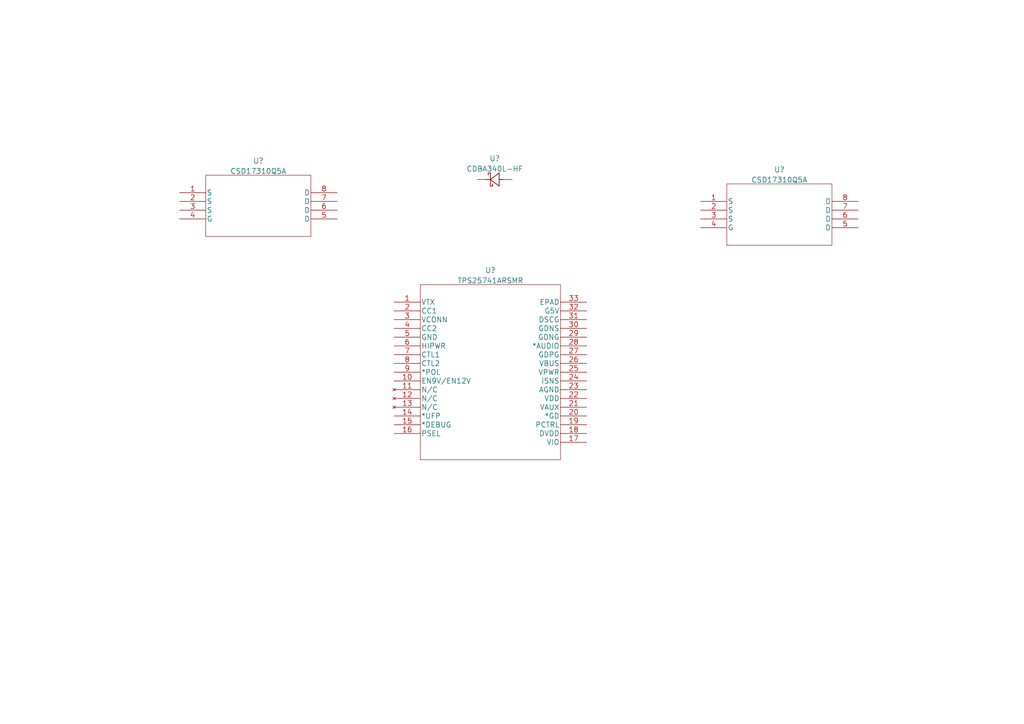
<source format=kicad_sch>
(kicad_sch (version 20211123) (generator eeschema)
  (paper "A4")
  (lib_symbols
    (symbol "CDBA340L-HF:CDBA340L-HF" (pin_numbers hide) (pin_names (offset 1.651) hide)
      (property "Reference" "U" (at 5.08 5.08 0))
      (property "Value" "CDBA340L-HF" (at 5.08 -7.62 0))
      (symbol "CDBA340L-HF_1_1"
        (polyline (pts (xy 3.175 1.905) (xy 3.175 1.27)) (stroke (width 0.2032)))
        (polyline (pts (xy 3.175 1.905) (xy 3.81 1.905)) (stroke (width 0.2032)))
        (polyline (pts (xy 3.81 0) (xy 2.54 0)) (stroke (width 0.2032)))
        (polyline (pts (xy 3.81 0) (xy 6.35 -1.905)) (stroke (width 0.2032)))
        (polyline (pts (xy 3.81 1.905) (xy 3.81 -1.905)) (stroke (width 0.2032)))
        (polyline (pts (xy 4.445 -1.905) (xy 3.81 -1.905)) (stroke (width 0.2032)))
        (polyline (pts (xy 4.445 -1.905) (xy 4.445 -1.27)) (stroke (width 0.2032)))
        (polyline (pts (xy 6.35 -1.905) (xy 6.35 1.905)) (stroke (width 0.2032)))
        (polyline (pts (xy 6.35 1.905) (xy 3.81 0)) (stroke (width 0.2032)))
        (polyline (pts (xy 6.985 0) (xy 6.35 0)) (stroke (width 0.2032)))
        (polyline (pts (xy 7.62 0) (xy 6.6802 0)) (stroke (width 0.2032)))
        (pin unspecified line (at 0 0 0) (length 2.54) (name "1") (number "1"))
        (pin unspecified line (at 10.16 0 180) (length 2.54) (name "2") (number "2"))
      )
    )
    (symbol "CSD17310Q5A:CSD17310Q5A" (pin_names (offset 0.254))
      (property "Reference" "U" (at 22.86 10.16 0))
      (property "Value" "CSD17310Q5A" (at 22.86 7.62 0))
      (symbol "CSD17310Q5A_1_1"
        (polyline (pts (xy 7.62 -12.7) (xy 38.1 -12.7)) (stroke (width 0.127)))
        (polyline (pts (xy 7.62 5.08) (xy 7.62 -12.7)) (stroke (width 0.127)))
        (polyline (pts (xy 38.1 -12.7) (xy 38.1 5.08)) (stroke (width 0.127)))
        (polyline (pts (xy 38.1 5.08) (xy 7.62 5.08)) (stroke (width 0.127)))
        (pin unspecified line (at 0 0 0) (length 7.62) (name "S") (number "1"))
        (pin unspecified line (at 0 -2.54 0) (length 7.62) (name "S") (number "2"))
        (pin unspecified line (at 0 -5.08 0) (length 7.62) (name "S") (number "3"))
        (pin unspecified line (at 0 -7.62 0) (length 7.62) (name "G") (number "4"))
        (pin unspecified line (at 45.72 -7.62 180) (length 7.62) (name "D") (number "5"))
        (pin unspecified line (at 45.72 -5.08 180) (length 7.62) (name "D") (number "6"))
        (pin unspecified line (at 45.72 -2.54 180) (length 7.62) (name "D") (number "7"))
        (pin unspecified line (at 45.72 0 180) (length 7.62) (name "D") (number "8"))
      )
    )
    (symbol "TPS25741:TPS25741ARSMR" (pin_names (offset 0.254))
      (property "Reference" "U" (at 27.94 10.16 0))
      (property "Value" "TPS25741ARSMR" (at 27.94 7.62 0))
      (symbol "TPS25741ARSMR_1_1"
        (polyline (pts (xy 7.62 -45.72) (xy 48.26 -45.72)) (stroke (width 0.127)))
        (polyline (pts (xy 7.62 5.08) (xy 7.62 -45.72)) (stroke (width 0.127)))
        (polyline (pts (xy 48.26 -45.72) (xy 48.26 5.08)) (stroke (width 0.127)))
        (polyline (pts (xy 48.26 5.08) (xy 7.62 5.08)) (stroke (width 0.127)))
        (pin unspecified line (at 0 0 0) (length 7.62) (name "VTX") (number "1"))
        (pin unspecified line (at 0 -22.86 0) (length 7.62) (name "EN9V/EN12V") (number "10"))
        (pin no_connect line (at 0 -25.4 0) (length 7.62) (name "N/C") (number "11"))
        (pin no_connect line (at 0 -27.94 0) (length 7.62) (name "N/C") (number "12"))
        (pin no_connect line (at 0 -30.48 0) (length 7.62) (name "N/C") (number "13"))
        (pin unspecified line (at 0 -33.02 0) (length 7.62) (name "*UFP") (number "14"))
        (pin unspecified line (at 0 -35.56 0) (length 7.62) (name "*DEBUG") (number "15"))
        (pin unspecified line (at 0 -38.1 0) (length 7.62) (name "PSEL") (number "16"))
        (pin unspecified line (at 55.88 -40.64 180) (length 7.62) (name "VIO") (number "17"))
        (pin power_in line (at 55.88 -38.1 180) (length 7.62) (name "DVDD") (number "18"))
        (pin unspecified line (at 55.88 -35.56 180) (length 7.62) (name "PCTRL") (number "19"))
        (pin bidirectional line (at 0 -2.54 0) (length 7.62) (name "CC1") (number "2"))
        (pin unspecified line (at 55.88 -33.02 180) (length 7.62) (name "*GD") (number "20"))
        (pin unspecified line (at 55.88 -30.48 180) (length 7.62) (name "VAUX") (number "21"))
        (pin power_in line (at 55.88 -27.94 180) (length 7.62) (name "VDD") (number "22"))
        (pin power_in line (at 55.88 -25.4 180) (length 7.62) (name "AGND") (number "23"))
        (pin unspecified line (at 55.88 -22.86 180) (length 7.62) (name "ISNS") (number "24"))
        (pin unspecified line (at 55.88 -20.32 180) (length 7.62) (name "VPWR") (number "25"))
        (pin unspecified line (at 55.88 -17.78 180) (length 7.62) (name "VBUS") (number "26"))
        (pin unspecified line (at 55.88 -15.24 180) (length 7.62) (name "GDPG") (number "27"))
        (pin unspecified line (at 55.88 -12.7 180) (length 7.62) (name "*AUDIO") (number "28"))
        (pin unspecified line (at 55.88 -10.16 180) (length 7.62) (name "GDNG") (number "29"))
        (pin unspecified line (at 0 -5.08 0) (length 7.62) (name "VCONN") (number "3"))
        (pin unspecified line (at 55.88 -7.62 180) (length 7.62) (name "GDNS") (number "30"))
        (pin unspecified line (at 55.88 -5.08 180) (length 7.62) (name "DSCG") (number "31"))
        (pin unspecified line (at 55.88 -2.54 180) (length 7.62) (name "G5V") (number "32"))
        (pin unspecified line (at 55.88 0 180) (length 7.62) (name "EPAD") (number "33"))
        (pin bidirectional line (at 0 -7.62 0) (length 7.62) (name "CC2") (number "4"))
        (pin power_in line (at 0 -10.16 0) (length 7.62) (name "GND") (number "5"))
        (pin unspecified line (at 0 -12.7 0) (length 7.62) (name "HIPWR") (number "6"))
        (pin bidirectional line (at 0 -15.24 0) (length 7.62) (name "CTL1") (number "7"))
        (pin bidirectional line (at 0 -17.78 0) (length 7.62) (name "CTL2") (number "8"))
        (pin unspecified line (at 0 -20.32 0) (length 7.62) (name "*POL") (number "9"))
      )
    )
  )
  (symbol (lib_id "CDBA340L-HF:CDBA340L-HF") (at 138.43 52.07 0) (unit 1)
    (property "Reference" "U?" (at 143.51 45.9793 0) (effects (font (size 1.524 1.524))))
    (property "Value" "CDBA340L-HF" (at 143.51 48.9727 0) (effects (font (size 1.524 1.524))))
    (property "Footprint" "CDBA-HF" (effects hide))
  )
  (symbol (lib_id "CSD17310Q5A:CSD17310Q5A") (at 52.07 55.88 0) (unit 1)
    (property "Reference" "U?" (at 74.93 46.6524 0) (effects (font (size 1.524 1.524))))
    (property "Value" "CSD17310Q5A" (at 74.93 49.6458 0) (effects (font (size 1.524 1.524))))
    (property "Footprint" "DQJ8" (effects hide))
    (property "Datasheet" "https://www.digikey.ca/en/products/detail/texas-instruments/CSD17310Q5A/2237243" (effects hide))
    (property "MPN" "CSD17310Q5A" (effects hide))
    (property "Supplier Link" "https://www.ti.com/general/docs/suppproductinfo.tsp?distId=10&gotoUrl=https%3A%2F%2Fwww.ti.com%2Flit%2Fgpn%2Fcsd17310q5a" (effects hide))
  )
  (symbol (lib_id "CSD17310Q5A:CSD17310Q5A") (at 203.2 58.42 0) (unit 1)
    (property "Reference" "U?" (at 226.06 49.1924 0) (effects (font (size 1.524 1.524))))
    (property "Value" "CSD17310Q5A" (at 226.06 52.1858 0) (effects (font (size 1.524 1.524))))
    (property "Footprint" "DQJ8" (effects hide))
    (property "Datasheet" "https://www.digikey.ca/en/products/detail/texas-instruments/CSD17310Q5A/2237243" (effects hide))
    (property "MPN" "CSD17310Q5A" (effects hide))
    (property "Supplier Link" "https://www.ti.com/general/docs/suppproductinfo.tsp?distId=10&gotoUrl=https%3A%2F%2Fwww.ti.com%2Flit%2Fgpn%2Fcsd17310q5a" (effects hide))
  )
  (symbol (lib_id "TPS25741:TPS25741ARSMR") (at 114.3 87.63 0) (unit 1)
    (property "Reference" "U?" (at 142.24 78.4024 0) (effects (font (size 1.524 1.524))))
    (property "Value" "TPS25741ARSMR" (at 142.24 81.3958 0) (effects (font (size 1.524 1.524))))
    (property "Footprint" "TPS25741:TPS25741ARSMR" (effects hide))
    (property "Datasheet" "https://www.ti.com/lit/ds/symlink/tps25741a.pdf?HQS=dis-dk-null-digikeymode-dsf-pf-null-wwe&ts=1661342523934&ref_url=https%253A%252F%252Fwww.ti.com%252Fgeneral%252Fdocs%252Fsuppproductinfo.tsp%253FdistId%253D10%2526gotoUrl%253Dhttps%253A%252F%252Fwww.ti.com%252Flit%252Fgpn%252Ftps25741a" (effects hide))
    (property "MPN" "TPS25741ARSMR" (effects hide))
    (property "Supplier Link" "https://www.digikey.ca/en/products/detail/texas-instruments/TPS25741ARSMR/6817810" (effects hide))
  )
)
</source>
